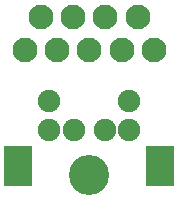
<source format=gts>
G04 This is an RS-274x file exported by *
G04 gerbv version 2.6A *
G04 More information is available about gerbv at *
G04 http://gerbv.geda-project.org/ *
G04 --End of header info--*
%MOIN*%
%FSLAX34Y34*%
%IPPOS*%
G04 --Define apertures--*
%ADD10C,0.0039*%
%ADD11C,0.1339*%
%ADD12R,0.0945X0.1339*%
%ADD13C,0.0748*%
%ADD14C,0.1929*%
%ADD15C,0.0827*%
G04 --Start main section--*
G54D11*
G01X0059449Y-042913D03*
G54D12*
G01X0061811Y-042598D03*
G01X0057087Y-042598D03*
G54D13*
G01X0058937Y-041417D03*
G01X0059961Y-041417D03*
G01X0060787Y-041417D03*
G01X0058110Y-041417D03*
G01X0060787Y-040433D03*
G01X0058110Y-040433D03*
G54D15*
G01X0057291Y-038748D03*
G01X0058370Y-038748D03*
G01X0059449Y-038748D03*
G01X0060528Y-038748D03*
G01X0061606Y-038748D03*
G01X0057831Y-037630D03*
G01X0058909Y-037630D03*
G01X0059988Y-037630D03*
G01X0061067Y-037630D03*
M02*

</source>
